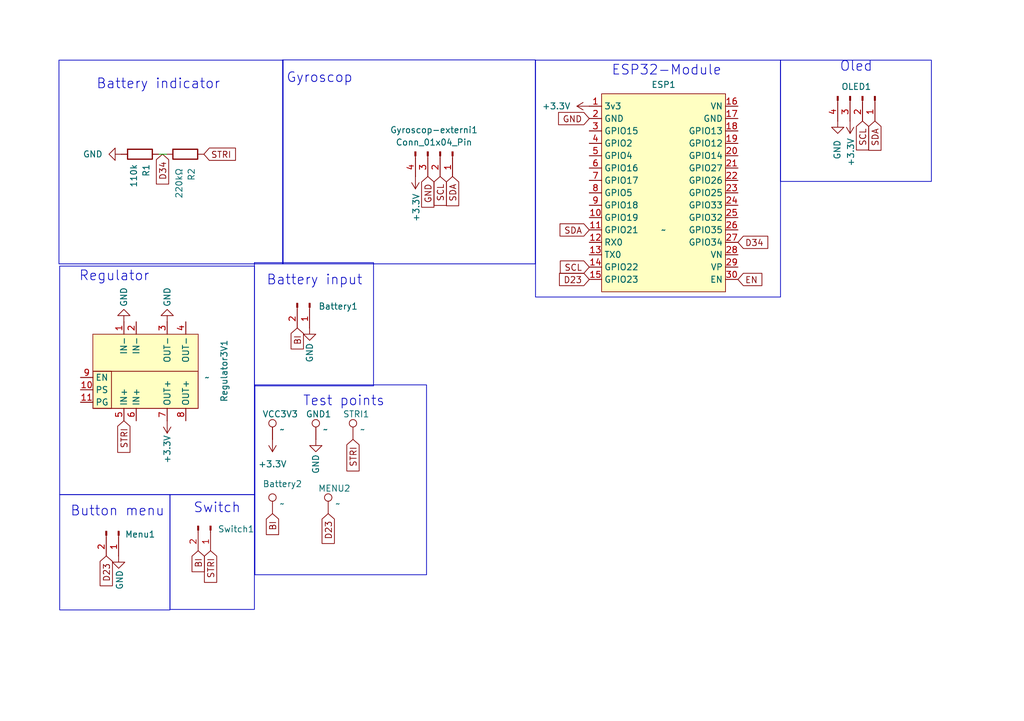
<source format=kicad_sch>
(kicad_sch
	(version 20250114)
	(generator "eeschema")
	(generator_version "9.0")
	(uuid "f46c33c8-782a-49f5-971c-27a888433346")
	(paper "A5")
	(title_block
		(title "Gyroscopic controller")
		(rev "Dominik Klein")
	)
	(lib_symbols
		(symbol "Connector:Conn_01x02_Pin"
			(pin_names
				(offset 1.016)
				(hide yes)
			)
			(exclude_from_sim no)
			(in_bom yes)
			(on_board yes)
			(property "Reference" "J"
				(at 0 2.54 0)
				(effects
					(font
						(size 1.27 1.27)
					)
				)
			)
			(property "Value" "Conn_01x02_Pin"
				(at 0 -5.08 0)
				(effects
					(font
						(size 1.27 1.27)
					)
				)
			)
			(property "Footprint" ""
				(at 0 0 0)
				(effects
					(font
						(size 1.27 1.27)
					)
					(hide yes)
				)
			)
			(property "Datasheet" "~"
				(at 0 0 0)
				(effects
					(font
						(size 1.27 1.27)
					)
					(hide yes)
				)
			)
			(property "Description" "Generic connector, single row, 01x02, script generated"
				(at 0 0 0)
				(effects
					(font
						(size 1.27 1.27)
					)
					(hide yes)
				)
			)
			(property "ki_locked" ""
				(at 0 0 0)
				(effects
					(font
						(size 1.27 1.27)
					)
				)
			)
			(property "ki_keywords" "connector"
				(at 0 0 0)
				(effects
					(font
						(size 1.27 1.27)
					)
					(hide yes)
				)
			)
			(property "ki_fp_filters" "Connector*:*_1x??_*"
				(at 0 0 0)
				(effects
					(font
						(size 1.27 1.27)
					)
					(hide yes)
				)
			)
			(symbol "Conn_01x02_Pin_1_1"
				(rectangle
					(start 0.8636 0.127)
					(end 0 -0.127)
					(stroke
						(width 0.1524)
						(type default)
					)
					(fill
						(type outline)
					)
				)
				(rectangle
					(start 0.8636 -2.413)
					(end 0 -2.667)
					(stroke
						(width 0.1524)
						(type default)
					)
					(fill
						(type outline)
					)
				)
				(polyline
					(pts
						(xy 1.27 0) (xy 0.8636 0)
					)
					(stroke
						(width 0.1524)
						(type default)
					)
					(fill
						(type none)
					)
				)
				(polyline
					(pts
						(xy 1.27 -2.54) (xy 0.8636 -2.54)
					)
					(stroke
						(width 0.1524)
						(type default)
					)
					(fill
						(type none)
					)
				)
				(pin passive line
					(at 5.08 0 180)
					(length 3.81)
					(name "Pin_1"
						(effects
							(font
								(size 1.27 1.27)
							)
						)
					)
					(number "1"
						(effects
							(font
								(size 1.27 1.27)
							)
						)
					)
				)
				(pin passive line
					(at 5.08 -2.54 180)
					(length 3.81)
					(name "Pin_2"
						(effects
							(font
								(size 1.27 1.27)
							)
						)
					)
					(number "2"
						(effects
							(font
								(size 1.27 1.27)
							)
						)
					)
				)
			)
			(embedded_fonts no)
		)
		(symbol "Connector:Conn_01x04_Pin"
			(pin_names
				(offset 1.016)
				(hide yes)
			)
			(exclude_from_sim no)
			(in_bom yes)
			(on_board yes)
			(property "Reference" "J"
				(at 0 5.08 0)
				(effects
					(font
						(size 1.27 1.27)
					)
				)
			)
			(property "Value" "Conn_01x04_Pin"
				(at 0 -7.62 0)
				(effects
					(font
						(size 1.27 1.27)
					)
				)
			)
			(property "Footprint" ""
				(at 0 0 0)
				(effects
					(font
						(size 1.27 1.27)
					)
					(hide yes)
				)
			)
			(property "Datasheet" "~"
				(at 0 0 0)
				(effects
					(font
						(size 1.27 1.27)
					)
					(hide yes)
				)
			)
			(property "Description" "Generic connector, single row, 01x04, script generated"
				(at 0 0 0)
				(effects
					(font
						(size 1.27 1.27)
					)
					(hide yes)
				)
			)
			(property "ki_locked" ""
				(at 0 0 0)
				(effects
					(font
						(size 1.27 1.27)
					)
				)
			)
			(property "ki_keywords" "connector"
				(at 0 0 0)
				(effects
					(font
						(size 1.27 1.27)
					)
					(hide yes)
				)
			)
			(property "ki_fp_filters" "Connector*:*_1x??_*"
				(at 0 0 0)
				(effects
					(font
						(size 1.27 1.27)
					)
					(hide yes)
				)
			)
			(symbol "Conn_01x04_Pin_1_1"
				(rectangle
					(start 0.8636 2.667)
					(end 0 2.413)
					(stroke
						(width 0.1524)
						(type default)
					)
					(fill
						(type outline)
					)
				)
				(rectangle
					(start 0.8636 0.127)
					(end 0 -0.127)
					(stroke
						(width 0.1524)
						(type default)
					)
					(fill
						(type outline)
					)
				)
				(rectangle
					(start 0.8636 -2.413)
					(end 0 -2.667)
					(stroke
						(width 0.1524)
						(type default)
					)
					(fill
						(type outline)
					)
				)
				(rectangle
					(start 0.8636 -4.953)
					(end 0 -5.207)
					(stroke
						(width 0.1524)
						(type default)
					)
					(fill
						(type outline)
					)
				)
				(polyline
					(pts
						(xy 1.27 2.54) (xy 0.8636 2.54)
					)
					(stroke
						(width 0.1524)
						(type default)
					)
					(fill
						(type none)
					)
				)
				(polyline
					(pts
						(xy 1.27 0) (xy 0.8636 0)
					)
					(stroke
						(width 0.1524)
						(type default)
					)
					(fill
						(type none)
					)
				)
				(polyline
					(pts
						(xy 1.27 -2.54) (xy 0.8636 -2.54)
					)
					(stroke
						(width 0.1524)
						(type default)
					)
					(fill
						(type none)
					)
				)
				(polyline
					(pts
						(xy 1.27 -5.08) (xy 0.8636 -5.08)
					)
					(stroke
						(width 0.1524)
						(type default)
					)
					(fill
						(type none)
					)
				)
				(pin passive line
					(at 5.08 2.54 180)
					(length 3.81)
					(name "Pin_1"
						(effects
							(font
								(size 1.27 1.27)
							)
						)
					)
					(number "1"
						(effects
							(font
								(size 1.27 1.27)
							)
						)
					)
				)
				(pin passive line
					(at 5.08 0 180)
					(length 3.81)
					(name "Pin_2"
						(effects
							(font
								(size 1.27 1.27)
							)
						)
					)
					(number "2"
						(effects
							(font
								(size 1.27 1.27)
							)
						)
					)
				)
				(pin passive line
					(at 5.08 -2.54 180)
					(length 3.81)
					(name "Pin_3"
						(effects
							(font
								(size 1.27 1.27)
							)
						)
					)
					(number "3"
						(effects
							(font
								(size 1.27 1.27)
							)
						)
					)
				)
				(pin passive line
					(at 5.08 -5.08 180)
					(length 3.81)
					(name "Pin_4"
						(effects
							(font
								(size 1.27 1.27)
							)
						)
					)
					(number "4"
						(effects
							(font
								(size 1.27 1.27)
							)
						)
					)
				)
			)
			(embedded_fonts no)
		)
		(symbol "Connector:TestPoint"
			(pin_numbers
				(hide yes)
			)
			(pin_names
				(offset 0.762)
				(hide yes)
			)
			(exclude_from_sim no)
			(in_bom yes)
			(on_board yes)
			(property "Reference" "TP"
				(at 0 6.858 0)
				(effects
					(font
						(size 1.27 1.27)
					)
				)
			)
			(property "Value" "TestPoint"
				(at 0 5.08 0)
				(effects
					(font
						(size 1.27 1.27)
					)
				)
			)
			(property "Footprint" ""
				(at 5.08 0 0)
				(effects
					(font
						(size 1.27 1.27)
					)
					(hide yes)
				)
			)
			(property "Datasheet" "~"
				(at 5.08 0 0)
				(effects
					(font
						(size 1.27 1.27)
					)
					(hide yes)
				)
			)
			(property "Description" "test point"
				(at 0 0 0)
				(effects
					(font
						(size 1.27 1.27)
					)
					(hide yes)
				)
			)
			(property "ki_keywords" "test point tp"
				(at 0 0 0)
				(effects
					(font
						(size 1.27 1.27)
					)
					(hide yes)
				)
			)
			(property "ki_fp_filters" "Pin* Test*"
				(at 0 0 0)
				(effects
					(font
						(size 1.27 1.27)
					)
					(hide yes)
				)
			)
			(symbol "TestPoint_0_1"
				(circle
					(center 0 3.302)
					(radius 0.762)
					(stroke
						(width 0)
						(type default)
					)
					(fill
						(type none)
					)
				)
			)
			(symbol "TestPoint_1_1"
				(pin passive line
					(at 0 0 90)
					(length 2.54)
					(name "1"
						(effects
							(font
								(size 1.27 1.27)
							)
						)
					)
					(number "1"
						(effects
							(font
								(size 1.27 1.27)
							)
						)
					)
				)
			)
			(embedded_fonts no)
		)
		(symbol "Device:R"
			(pin_numbers
				(hide yes)
			)
			(pin_names
				(offset 0)
			)
			(exclude_from_sim no)
			(in_bom yes)
			(on_board yes)
			(property "Reference" "R"
				(at 2.032 0 90)
				(effects
					(font
						(size 1.27 1.27)
					)
				)
			)
			(property "Value" "R"
				(at 0 0 90)
				(effects
					(font
						(size 1.27 1.27)
					)
				)
			)
			(property "Footprint" ""
				(at -1.778 0 90)
				(effects
					(font
						(size 1.27 1.27)
					)
					(hide yes)
				)
			)
			(property "Datasheet" "~"
				(at 0 0 0)
				(effects
					(font
						(size 1.27 1.27)
					)
					(hide yes)
				)
			)
			(property "Description" "Resistor"
				(at 0 0 0)
				(effects
					(font
						(size 1.27 1.27)
					)
					(hide yes)
				)
			)
			(property "ki_keywords" "R res resistor"
				(at 0 0 0)
				(effects
					(font
						(size 1.27 1.27)
					)
					(hide yes)
				)
			)
			(property "ki_fp_filters" "R_*"
				(at 0 0 0)
				(effects
					(font
						(size 1.27 1.27)
					)
					(hide yes)
				)
			)
			(symbol "R_0_1"
				(rectangle
					(start -1.016 -2.54)
					(end 1.016 2.54)
					(stroke
						(width 0.254)
						(type default)
					)
					(fill
						(type none)
					)
				)
			)
			(symbol "R_1_1"
				(pin passive line
					(at 0 3.81 270)
					(length 1.27)
					(name "~"
						(effects
							(font
								(size 1.27 1.27)
							)
						)
					)
					(number "1"
						(effects
							(font
								(size 1.27 1.27)
							)
						)
					)
				)
				(pin passive line
					(at 0 -3.81 90)
					(length 1.27)
					(name "~"
						(effects
							(font
								(size 1.27 1.27)
							)
						)
					)
					(number "2"
						(effects
							(font
								(size 1.27 1.27)
							)
						)
					)
				)
			)
			(embedded_fonts no)
		)
		(symbol "Gyroskopicke-pomucky:ESP32"
			(exclude_from_sim no)
			(in_bom yes)
			(on_board yes)
			(property "Reference" "ESP32"
				(at 0 -11.43 0)
				(effects
					(font
						(size 1.27 1.27)
					)
				)
			)
			(property "Value" ""
				(at 0 0 0)
				(effects
					(font
						(size 1.27 1.27)
					)
				)
			)
			(property "Footprint" "Gyroskopicke-pomucky:ESP32_30Pin_Module"
				(at 1.27 -13.97 0)
				(effects
					(font
						(size 1.27 1.27)
					)
					(hide yes)
				)
			)
			(property "Datasheet" ""
				(at 0 0 0)
				(effects
					(font
						(size 1.27 1.27)
					)
					(hide yes)
				)
			)
			(property "Description" ""
				(at 0 0 0)
				(effects
					(font
						(size 1.27 1.27)
					)
					(hide yes)
				)
			)
			(symbol "ESP32_1_1"
				(rectangle
					(start -12.7 27.94)
					(end 12.7 -12.7)
					(stroke
						(width 0)
						(type default)
					)
					(fill
						(type background)
					)
				)
				(pin input line
					(at -15.24 25.4 0)
					(length 2.54)
					(name "3v3"
						(effects
							(font
								(size 1.27 1.27)
							)
						)
					)
					(number "1"
						(effects
							(font
								(size 1.27 1.27)
							)
						)
					)
				)
				(pin input line
					(at -15.24 22.86 0)
					(length 2.54)
					(name "GND"
						(effects
							(font
								(size 1.27 1.27)
							)
						)
					)
					(number "2"
						(effects
							(font
								(size 1.27 1.27)
							)
						)
					)
				)
				(pin input line
					(at -15.24 20.32 0)
					(length 2.54)
					(name "GPIO15"
						(effects
							(font
								(size 1.27 1.27)
							)
						)
					)
					(number "3"
						(effects
							(font
								(size 1.27 1.27)
							)
						)
					)
				)
				(pin input line
					(at -15.24 17.78 0)
					(length 2.54)
					(name "GPIO2"
						(effects
							(font
								(size 1.27 1.27)
							)
						)
					)
					(number "4"
						(effects
							(font
								(size 1.27 1.27)
							)
						)
					)
				)
				(pin input line
					(at -15.24 15.24 0)
					(length 2.54)
					(name "GPIO4"
						(effects
							(font
								(size 1.27 1.27)
							)
						)
					)
					(number "5"
						(effects
							(font
								(size 1.27 1.27)
							)
						)
					)
				)
				(pin input line
					(at -15.24 12.7 0)
					(length 2.54)
					(name "GPIO16"
						(effects
							(font
								(size 1.27 1.27)
							)
						)
					)
					(number "6"
						(effects
							(font
								(size 1.27 1.27)
							)
						)
					)
				)
				(pin input line
					(at -15.24 10.16 0)
					(length 2.54)
					(name "GPIO17"
						(effects
							(font
								(size 1.27 1.27)
							)
						)
					)
					(number "7"
						(effects
							(font
								(size 1.27 1.27)
							)
						)
					)
				)
				(pin input line
					(at -15.24 7.62 0)
					(length 2.54)
					(name "GPIO5"
						(effects
							(font
								(size 1.27 1.27)
							)
						)
					)
					(number "8"
						(effects
							(font
								(size 1.27 1.27)
							)
						)
					)
				)
				(pin input line
					(at -15.24 5.08 0)
					(length 2.54)
					(name "GPIO18"
						(effects
							(font
								(size 1.27 1.27)
							)
						)
					)
					(number "9"
						(effects
							(font
								(size 1.27 1.27)
							)
						)
					)
				)
				(pin input line
					(at -15.24 2.54 0)
					(length 2.54)
					(name "GPIO19"
						(effects
							(font
								(size 1.27 1.27)
							)
						)
					)
					(number "10"
						(effects
							(font
								(size 1.27 1.27)
							)
						)
					)
				)
				(pin input line
					(at -15.24 0 0)
					(length 2.54)
					(name "GPIO21"
						(effects
							(font
								(size 1.27 1.27)
							)
						)
					)
					(number "11"
						(effects
							(font
								(size 1.27 1.27)
							)
						)
					)
				)
				(pin input line
					(at -15.24 -2.54 0)
					(length 2.54)
					(name "RX0"
						(effects
							(font
								(size 1.27 1.27)
							)
						)
					)
					(number "12"
						(effects
							(font
								(size 1.27 1.27)
							)
						)
					)
				)
				(pin input line
					(at -15.24 -5.08 0)
					(length 2.54)
					(name "TX0"
						(effects
							(font
								(size 1.27 1.27)
							)
						)
					)
					(number "13"
						(effects
							(font
								(size 1.27 1.27)
							)
						)
					)
				)
				(pin input line
					(at -15.24 -7.62 0)
					(length 2.54)
					(name "GPIO22"
						(effects
							(font
								(size 1.27 1.27)
							)
						)
					)
					(number "14"
						(effects
							(font
								(size 1.27 1.27)
							)
						)
					)
				)
				(pin input line
					(at -15.24 -10.16 0)
					(length 2.54)
					(name "GPIO23"
						(effects
							(font
								(size 1.27 1.27)
							)
						)
					)
					(number "15"
						(effects
							(font
								(size 1.27 1.27)
							)
						)
					)
				)
				(pin input line
					(at 15.24 25.4 180)
					(length 2.54)
					(name "VN"
						(effects
							(font
								(size 1.27 1.27)
							)
						)
					)
					(number "16"
						(effects
							(font
								(size 1.27 1.27)
							)
						)
					)
				)
				(pin input line
					(at 15.24 22.86 180)
					(length 2.54)
					(name "GND"
						(effects
							(font
								(size 1.27 1.27)
							)
						)
					)
					(number "17"
						(effects
							(font
								(size 1.27 1.27)
							)
						)
					)
				)
				(pin input line
					(at 15.24 20.32 180)
					(length 2.54)
					(name "GPIO13"
						(effects
							(font
								(size 1.27 1.27)
							)
						)
					)
					(number "18"
						(effects
							(font
								(size 1.27 1.27)
							)
						)
					)
				)
				(pin input line
					(at 15.24 17.78 180)
					(length 2.54)
					(name "GPIO12"
						(effects
							(font
								(size 1.27 1.27)
							)
						)
					)
					(number "19"
						(effects
							(font
								(size 1.27 1.27)
							)
						)
					)
				)
				(pin input line
					(at 15.24 15.24 180)
					(length 2.54)
					(name "GPIO14"
						(effects
							(font
								(size 1.27 1.27)
							)
						)
					)
					(number "20"
						(effects
							(font
								(size 1.27 1.27)
							)
						)
					)
				)
				(pin input line
					(at 15.24 12.7 180)
					(length 2.54)
					(name "GPIO27"
						(effects
							(font
								(size 1.27 1.27)
							)
						)
					)
					(number "21"
						(effects
							(font
								(size 1.27 1.27)
							)
						)
					)
				)
				(pin input line
					(at 15.24 10.16 180)
					(length 2.54)
					(name "GPIO26"
						(effects
							(font
								(size 1.27 1.27)
							)
						)
					)
					(number "22"
						(effects
							(font
								(size 1.27 1.27)
							)
						)
					)
				)
				(pin input line
					(at 15.24 7.62 180)
					(length 2.54)
					(name "GPIO25"
						(effects
							(font
								(size 1.27 1.27)
							)
						)
					)
					(number "23"
						(effects
							(font
								(size 1.27 1.27)
							)
						)
					)
				)
				(pin input line
					(at 15.24 5.08 180)
					(length 2.54)
					(name "GPIO33"
						(effects
							(font
								(size 1.27 1.27)
							)
						)
					)
					(number "24"
						(effects
							(font
								(size 1.27 1.27)
							)
						)
					)
				)
				(pin input line
					(at 15.24 2.54 180)
					(length 2.54)
					(name "GPIO32"
						(effects
							(font
								(size 1.27 1.27)
							)
						)
					)
					(number "25"
						(effects
							(font
								(size 1.27 1.27)
							)
						)
					)
				)
				(pin input line
					(at 15.24 0 180)
					(length 2.54)
					(name "GPIO35"
						(effects
							(font
								(size 1.27 1.27)
							)
						)
					)
					(number "26"
						(effects
							(font
								(size 1.27 1.27)
							)
						)
					)
				)
				(pin input line
					(at 15.24 -2.54 180)
					(length 2.54)
					(name "GPIO34"
						(effects
							(font
								(size 1.27 1.27)
							)
						)
					)
					(number "27"
						(effects
							(font
								(size 1.27 1.27)
							)
						)
					)
				)
				(pin input line
					(at 15.24 -5.08 180)
					(length 2.54)
					(name "VN"
						(effects
							(font
								(size 1.27 1.27)
							)
						)
					)
					(number "28"
						(effects
							(font
								(size 1.27 1.27)
							)
						)
					)
				)
				(pin input line
					(at 15.24 -7.62 180)
					(length 2.54)
					(name "VP"
						(effects
							(font
								(size 1.27 1.27)
							)
						)
					)
					(number "29"
						(effects
							(font
								(size 1.27 1.27)
							)
						)
					)
				)
				(pin input line
					(at 15.24 -10.16 180)
					(length 2.54)
					(name "EN"
						(effects
							(font
								(size 1.27 1.27)
							)
						)
					)
					(number "30"
						(effects
							(font
								(size 1.27 1.27)
							)
						)
					)
				)
			)
			(embedded_fonts no)
		)
		(symbol "Gyroskopicke-pomucky:Regulator3V3"
			(exclude_from_sim no)
			(in_bom yes)
			(on_board yes)
			(property "Reference" "Regulator3V3"
				(at -0.254 14.224 0)
				(effects
					(font
						(size 1.27 1.27)
					)
				)
			)
			(property "Value" ""
				(at 0 0 0)
				(effects
					(font
						(size 1.27 1.27)
					)
				)
			)
			(property "Footprint" ""
				(at 0 0 0)
				(effects
					(font
						(size 1.27 1.27)
					)
					(hide yes)
				)
			)
			(property "Datasheet" ""
				(at 0 0 0)
				(effects
					(font
						(size 1.27 1.27)
					)
					(hide yes)
				)
			)
			(property "Description" ""
				(at 0 0 0)
				(effects
					(font
						(size 1.27 1.27)
					)
					(hide yes)
				)
			)
			(symbol "Regulator3V3_1_1"
				(rectangle
					(start -12.7 6.35)
					(end 8.89 -8.89)
					(stroke
						(width 0)
						(type solid)
					)
					(fill
						(type background)
					)
				)
				(rectangle
					(start -12.7 -1.27)
					(end -8.89 -8.89)
					(stroke
						(width 0)
						(type default)
					)
					(fill
						(type none)
					)
				)
				(rectangle
					(start 8.89 -1.27)
					(end -12.7 -8.89)
					(stroke
						(width 0)
						(type default)
					)
					(fill
						(type none)
					)
				)
				(pin input line
					(at -15.24 -2.54 0)
					(length 2.54)
					(name "EN"
						(effects
							(font
								(size 1.27 1.27)
							)
						)
					)
					(number "9"
						(effects
							(font
								(size 1.27 1.27)
							)
						)
					)
				)
				(pin input line
					(at -15.24 -5.08 0)
					(length 2.54)
					(name "PS"
						(effects
							(font
								(size 1.27 1.27)
							)
						)
					)
					(number "10"
						(effects
							(font
								(size 1.27 1.27)
							)
						)
					)
				)
				(pin input line
					(at -15.24 -7.62 0)
					(length 2.54)
					(name "PG"
						(effects
							(font
								(size 1.27 1.27)
							)
						)
					)
					(number "11"
						(effects
							(font
								(size 1.27 1.27)
							)
						)
					)
				)
				(pin input line
					(at -6.35 8.89 270)
					(length 2.54)
					(name "IN-"
						(effects
							(font
								(size 1.27 1.27)
							)
						)
					)
					(number "1"
						(effects
							(font
								(size 1.27 1.27)
							)
						)
					)
				)
				(pin input line
					(at -6.35 -11.43 90)
					(length 2.54)
					(name "IN+"
						(effects
							(font
								(size 1.27 1.27)
							)
						)
					)
					(number "5"
						(effects
							(font
								(size 1.27 1.27)
							)
						)
					)
				)
				(pin input line
					(at -3.81 8.89 270)
					(length 2.54)
					(name "IN-"
						(effects
							(font
								(size 1.27 1.27)
							)
						)
					)
					(number "2"
						(effects
							(font
								(size 1.27 1.27)
							)
						)
					)
				)
				(pin input line
					(at -3.81 -11.43 90)
					(length 2.54)
					(name "IN+"
						(effects
							(font
								(size 1.27 1.27)
							)
						)
					)
					(number "6"
						(effects
							(font
								(size 1.27 1.27)
							)
						)
					)
				)
				(pin input line
					(at 2.54 8.89 270)
					(length 2.54)
					(name "OUT-"
						(effects
							(font
								(size 1.27 1.27)
							)
						)
					)
					(number "3"
						(effects
							(font
								(size 1.27 1.27)
							)
						)
					)
				)
				(pin input line
					(at 2.54 -11.43 90)
					(length 2.54)
					(name "OUT+"
						(effects
							(font
								(size 1.27 1.27)
							)
						)
					)
					(number "7"
						(effects
							(font
								(size 1.27 1.27)
							)
						)
					)
				)
				(pin input line
					(at 6.35 8.89 270)
					(length 2.54)
					(name "OUT-"
						(effects
							(font
								(size 1.27 1.27)
							)
						)
					)
					(number "4"
						(effects
							(font
								(size 1.27 1.27)
							)
						)
					)
				)
				(pin input line
					(at 6.35 -11.43 90)
					(length 2.54)
					(name "OUT+"
						(effects
							(font
								(size 1.27 1.27)
							)
						)
					)
					(number "8"
						(effects
							(font
								(size 1.27 1.27)
							)
						)
					)
				)
			)
			(embedded_fonts no)
		)
		(symbol "power:+3.3V"
			(power)
			(pin_numbers
				(hide yes)
			)
			(pin_names
				(offset 0)
				(hide yes)
			)
			(exclude_from_sim no)
			(in_bom yes)
			(on_board yes)
			(property "Reference" "#PWR"
				(at 0 -3.81 0)
				(effects
					(font
						(size 1.27 1.27)
					)
					(hide yes)
				)
			)
			(property "Value" "+3.3V"
				(at 0 3.556 0)
				(effects
					(font
						(size 1.27 1.27)
					)
				)
			)
			(property "Footprint" ""
				(at 0 0 0)
				(effects
					(font
						(size 1.27 1.27)
					)
					(hide yes)
				)
			)
			(property "Datasheet" ""
				(at 0 0 0)
				(effects
					(font
						(size 1.27 1.27)
					)
					(hide yes)
				)
			)
			(property "Description" "Power symbol creates a global label with name \"+3.3V\""
				(at 0 0 0)
				(effects
					(font
						(size 1.27 1.27)
					)
					(hide yes)
				)
			)
			(property "ki_keywords" "global power"
				(at 0 0 0)
				(effects
					(font
						(size 1.27 1.27)
					)
					(hide yes)
				)
			)
			(symbol "+3.3V_0_1"
				(polyline
					(pts
						(xy -0.762 1.27) (xy 0 2.54)
					)
					(stroke
						(width 0)
						(type default)
					)
					(fill
						(type none)
					)
				)
				(polyline
					(pts
						(xy 0 2.54) (xy 0.762 1.27)
					)
					(stroke
						(width 0)
						(type default)
					)
					(fill
						(type none)
					)
				)
				(polyline
					(pts
						(xy 0 0) (xy 0 2.54)
					)
					(stroke
						(width 0)
						(type default)
					)
					(fill
						(type none)
					)
				)
			)
			(symbol "+3.3V_1_1"
				(pin power_in line
					(at 0 0 90)
					(length 0)
					(name "~"
						(effects
							(font
								(size 1.27 1.27)
							)
						)
					)
					(number "1"
						(effects
							(font
								(size 1.27 1.27)
							)
						)
					)
				)
			)
			(embedded_fonts no)
		)
		(symbol "power:GND"
			(power)
			(pin_numbers
				(hide yes)
			)
			(pin_names
				(offset 0)
				(hide yes)
			)
			(exclude_from_sim no)
			(in_bom yes)
			(on_board yes)
			(property "Reference" "#PWR"
				(at 0 -6.35 0)
				(effects
					(font
						(size 1.27 1.27)
					)
					(hide yes)
				)
			)
			(property "Value" "GND"
				(at 0 -3.81 0)
				(effects
					(font
						(size 1.27 1.27)
					)
				)
			)
			(property "Footprint" ""
				(at 0 0 0)
				(effects
					(font
						(size 1.27 1.27)
					)
					(hide yes)
				)
			)
			(property "Datasheet" ""
				(at 0 0 0)
				(effects
					(font
						(size 1.27 1.27)
					)
					(hide yes)
				)
			)
			(property "Description" "Power symbol creates a global label with name \"GND\" , ground"
				(at 0 0 0)
				(effects
					(font
						(size 1.27 1.27)
					)
					(hide yes)
				)
			)
			(property "ki_keywords" "global power"
				(at 0 0 0)
				(effects
					(font
						(size 1.27 1.27)
					)
					(hide yes)
				)
			)
			(symbol "GND_0_1"
				(polyline
					(pts
						(xy 0 0) (xy 0 -1.27) (xy 1.27 -1.27) (xy 0 -2.54) (xy -1.27 -1.27) (xy 0 -1.27)
					)
					(stroke
						(width 0)
						(type default)
					)
					(fill
						(type none)
					)
				)
			)
			(symbol "GND_1_1"
				(pin power_in line
					(at 0 0 270)
					(length 0)
					(name "~"
						(effects
							(font
								(size 1.27 1.27)
							)
						)
					)
					(number "1"
						(effects
							(font
								(size 1.27 1.27)
							)
						)
					)
				)
			)
			(embedded_fonts no)
		)
	)
	(rectangle
		(start 52.2732 78.994)
		(end 87.4776 117.9576)
		(stroke
			(width 0)
			(type default)
		)
		(fill
			(type none)
		)
		(uuid 84373380-8c4e-4f55-8895-e78752065d8b)
	)
	(rectangle
		(start 34.8488 101.4984)
		(end 52.1716 125.0696)
		(stroke
			(width 0)
			(type default)
		)
		(fill
			(type none)
		)
		(uuid b1da384c-a982-4e9d-9b76-55103a3b554e)
	)
	(rectangle
		(start 12.2428 54.61)
		(end 52.1716 101.4984)
		(stroke
			(width 0)
			(type default)
		)
		(fill
			(type none)
		)
		(uuid ce2eea9f-6a35-44f0-92c8-9467e234a583)
	)
	(rectangle
		(start 57.9628 12.2936)
		(end 109.7788 54.1528)
		(stroke
			(width 0)
			(type default)
		)
		(fill
			(type none)
		)
		(uuid ce5316ca-6fb9-4ed5-aa1e-8beccb783e97)
	)
	(rectangle
		(start 109.8296 12.3444)
		(end 160.0708 60.96)
		(stroke
			(width 0)
			(type default)
		)
		(fill
			(type none)
		)
		(uuid d71bc247-0a7d-4f37-8b08-9b2d733100ba)
	)
	(rectangle
		(start 160.0708 12.3444)
		(end 191.008 37.2364)
		(stroke
			(width 0)
			(type default)
		)
		(fill
			(type none)
		)
		(uuid d9c08bc0-2a5c-49b3-b766-9f3e57686b23)
	)
	(rectangle
		(start 12.2428 101.4984)
		(end 34.8488 125.1712)
		(stroke
			(width 0)
			(type default)
		)
		(fill
			(type none)
		)
		(uuid dc518b70-819c-4d70-a8dc-89f36319f9b5)
	)
	(rectangle
		(start 12.0904 12.3444)
		(end 58.0644 54.1528)
		(stroke
			(width 0)
			(type default)
		)
		(fill
			(type none)
		)
		(uuid ef2530a8-86b3-446f-ab3f-60fc149d35fe)
	)
	(rectangle
		(start 52.1716 53.8988)
		(end 76.6064 79.1972)
		(stroke
			(width 0)
			(type default)
		)
		(fill
			(type none)
		)
		(uuid fd2306d0-85b4-48b8-922b-00e4a8a7d658)
	)
	(text "Button menu\n"
		(exclude_from_sim no)
		(at 14.3764 106.172 0)
		(effects
			(font
				(size 2 2)
			)
			(justify left bottom)
		)
		(uuid "3ce0209f-df2a-4dde-97e4-df4bcc871e9e")
	)
	(text "ESP32-Module"
		(exclude_from_sim no)
		(at 125.3744 15.6972 0)
		(effects
			(font
				(size 2 2)
			)
			(justify left bottom)
		)
		(uuid "4b8c2468-0322-4862-9475-4a03a4e2dc9d")
	)
	(text "Gyroscop\n\n\n"
		(exclude_from_sim no)
		(at 58.674 23.6728 0)
		(effects
			(font
				(size 2 2)
			)
			(justify left bottom)
		)
		(uuid "574fbfab-816a-42f6-ae31-14f36af88d45")
	)
	(text "Regulator\n"
		(exclude_from_sim no)
		(at 16.1544 57.912 0)
		(effects
			(font
				(size 2 2)
			)
			(justify left bottom)
		)
		(uuid "672a3ba4-420d-4dbf-b443-af96c77295d1")
	)
	(text "Oled\n\n"
		(exclude_from_sim no)
		(at 172.1612 18.1356 0)
		(effects
			(font
				(size 2 2)
			)
			(justify left bottom)
		)
		(uuid "6ee9e5a1-d4ed-4d62-8ac9-e48a46901d18")
	)
	(text "Battery indicator\n\n\n"
		(exclude_from_sim no)
		(at 19.7104 24.9428 0)
		(effects
			(font
				(size 2 2)
			)
			(justify left bottom)
		)
		(uuid "7298273f-14ac-42cb-a5d9-d7bf0dcdaf7b")
	)
	(text "Battery input\n\n"
		(exclude_from_sim no)
		(at 54.61 61.976 0)
		(effects
			(font
				(size 2 2)
			)
			(justify left bottom)
		)
		(uuid "7aad5b9d-f3b7-43c9-98d4-d32564652d17")
	)
	(text "Switch\n"
		(exclude_from_sim no)
		(at 39.624 105.5116 0)
		(effects
			(font
				(size 2 2)
			)
			(justify left bottom)
		)
		(uuid "d579d189-cbf6-4f0e-9726-bd98ee88ae3f")
	)
	(text "Test points\n"
		(exclude_from_sim no)
		(at 62.0776 83.566 0)
		(effects
			(font
				(size 2 2)
			)
			(justify left bottom)
		)
		(uuid "e7fc5ca7-426a-4717-b722-97d1e655c5ca")
	)
	(wire
		(pts
			(xy 34.1884 31.6484) (xy 32.512 31.6484)
		)
		(stroke
			(width 0)
			(type default)
		)
		(uuid "24ae18e0-6c06-444d-890f-6374ce5c57b7")
	)
	(global_label "BI"
		(shape input)
		(at 60.96 67.31 270)
		(fields_autoplaced yes)
		(effects
			(font
				(size 1.27 1.27)
			)
			(justify right)
		)
		(uuid "076a99e5-264a-4f09-b173-deba337a6415")
		(property "Intersheetrefs" "${INTERSHEET_REFS}"
			(at 60.96 72.17 90)
			(effects
				(font
					(size 1.27 1.27)
				)
				(justify right)
				(hide yes)
			)
		)
	)
	(global_label "SCL"
		(shape input)
		(at 90.2716 36.2204 270)
		(fields_autoplaced yes)
		(effects
			(font
				(size 1.27 1.27)
			)
			(justify right)
		)
		(uuid "083745ab-ae37-4052-b821-5e3e44d9f57b")
		(property "Intersheetrefs" "${INTERSHEET_REFS}"
			(at 90.2716 42.7132 90)
			(effects
				(font
					(size 1.27 1.27)
				)
				(justify right)
				(hide yes)
			)
		)
	)
	(global_label "SCL"
		(shape input)
		(at 176.8856 24.8412 270)
		(fields_autoplaced yes)
		(effects
			(font
				(size 1.27 1.27)
			)
			(justify right)
		)
		(uuid "08a9fa4a-8cf9-4347-919b-5aa339a8a1fb")
		(property "Intersheetrefs" "${INTERSHEET_REFS}"
			(at 176.8856 31.334 90)
			(effects
				(font
					(size 1.27 1.27)
				)
				(justify right)
				(hide yes)
			)
		)
	)
	(global_label "D23"
		(shape input)
		(at 67.31 105.41 270)
		(fields_autoplaced yes)
		(effects
			(font
				(size 1.27 1.27)
			)
			(justify right)
		)
		(uuid "093a2e41-c12f-4b44-af70-a02050bf0130")
		(property "Intersheetrefs" "${INTERSHEET_REFS}"
			(at 67.31 112.0842 90)
			(effects
				(font
					(size 1.27 1.27)
				)
				(justify right)
				(hide yes)
			)
		)
	)
	(global_label "D34"
		(shape input)
		(at 151.3332 49.7332 0)
		(fields_autoplaced yes)
		(effects
			(font
				(size 1.27 1.27)
			)
			(justify left)
		)
		(uuid "30306e90-30c2-49f0-9399-78044e9400b0")
		(property "Intersheetrefs" "${INTERSHEET_REFS}"
			(at 158.0074 49.7332 0)
			(effects
				(font
					(size 1.27 1.27)
				)
				(justify left)
				(hide yes)
			)
		)
	)
	(global_label "STRI"
		(shape input)
		(at 41.8084 31.6484 0)
		(fields_autoplaced yes)
		(effects
			(font
				(size 1.27 1.27)
			)
			(justify left)
		)
		(uuid "3090365e-fdaf-4a52-99e3-38b0444f61a1")
		(property "Intersheetrefs" "${INTERSHEET_REFS}"
			(at 48.8455 31.6484 0)
			(effects
				(font
					(size 1.27 1.27)
				)
				(justify left)
				(hide yes)
			)
		)
	)
	(global_label "D34"
		(shape input)
		(at 33.3291 31.6484 270)
		(fields_autoplaced yes)
		(effects
			(font
				(size 1.27 1.27)
			)
			(justify right)
		)
		(uuid "32066b88-854f-4e05-ab7f-7c462084a7f5")
		(property "Intersheetrefs" "${INTERSHEET_REFS}"
			(at 33.3291 38.3226 90)
			(effects
				(font
					(size 1.27 1.27)
				)
				(justify right)
				(hide yes)
			)
		)
	)
	(global_label "GND"
		(shape input)
		(at 87.7316 36.2204 270)
		(fields_autoplaced yes)
		(effects
			(font
				(size 1.27 1.27)
			)
			(justify right)
		)
		(uuid "3a31c114-42ab-47a8-9321-219b03f8098a")
		(property "Intersheetrefs" "${INTERSHEET_REFS}"
			(at 87.7316 43.0761 90)
			(effects
				(font
					(size 1.27 1.27)
				)
				(justify right)
				(hide yes)
			)
		)
	)
	(global_label "SDA"
		(shape input)
		(at 179.4256 24.8412 270)
		(fields_autoplaced yes)
		(effects
			(font
				(size 1.27 1.27)
			)
			(justify right)
		)
		(uuid "5c1791b9-c356-47a2-b333-9465d202cb72")
		(property "Intersheetrefs" "${INTERSHEET_REFS}"
			(at 179.4256 31.3945 90)
			(effects
				(font
					(size 1.27 1.27)
				)
				(justify right)
				(hide yes)
			)
		)
	)
	(global_label "GND"
		(shape input)
		(at 120.8532 24.3332 180)
		(fields_autoplaced yes)
		(effects
			(font
				(size 1.27 1.27)
			)
			(justify right)
		)
		(uuid "6039eb1f-c736-4b6e-bdbf-fdd7f88e9387")
		(property "Intersheetrefs" "${INTERSHEET_REFS}"
			(at 113.9975 24.3332 0)
			(effects
				(font
					(size 1.27 1.27)
				)
				(justify right)
				(hide yes)
			)
		)
	)
	(global_label "SDA"
		(shape input)
		(at 120.8532 47.1932 180)
		(fields_autoplaced yes)
		(effects
			(font
				(size 1.27 1.27)
			)
			(justify right)
		)
		(uuid "6de43bb9-dbae-4664-9143-367c1cbe4458")
		(property "Intersheetrefs" "${INTERSHEET_REFS}"
			(at 114.2999 47.1932 0)
			(effects
				(font
					(size 1.27 1.27)
				)
				(justify right)
				(hide yes)
			)
		)
	)
	(global_label "BI"
		(shape input)
		(at 40.64 113.03 270)
		(fields_autoplaced yes)
		(effects
			(font
				(size 1.27 1.27)
			)
			(justify right)
		)
		(uuid "7b64aa25-e012-4a30-87c8-3540c81bc4b1")
		(property "Intersheetrefs" "${INTERSHEET_REFS}"
			(at 40.64 117.89 90)
			(effects
				(font
					(size 1.27 1.27)
				)
				(justify right)
				(hide yes)
			)
		)
	)
	(global_label "STRI"
		(shape input)
		(at 25.4 86.36 270)
		(fields_autoplaced yes)
		(effects
			(font
				(size 1.27 1.27)
			)
			(justify right)
		)
		(uuid "9a3fc44e-459a-4a59-be6a-c7ecf70c7d5c")
		(property "Intersheetrefs" "${INTERSHEET_REFS}"
			(at 25.4 93.3971 90)
			(effects
				(font
					(size 1.27 1.27)
				)
				(justify right)
				(hide yes)
			)
		)
	)
	(global_label "STRI"
		(shape input)
		(at 43.18 113.03 270)
		(fields_autoplaced yes)
		(effects
			(font
				(size 1.27 1.27)
			)
			(justify right)
		)
		(uuid "a5b42c7f-e43a-442b-b39b-12c3392c124f")
		(property "Intersheetrefs" "${INTERSHEET_REFS}"
			(at 43.18 120.0671 90)
			(effects
				(font
					(size 1.27 1.27)
				)
				(justify right)
				(hide yes)
			)
		)
	)
	(global_label "BI"
		(shape input)
		(at 55.88 105.41 270)
		(fields_autoplaced yes)
		(effects
			(font
				(size 1.27 1.27)
			)
			(justify right)
		)
		(uuid "c0e2547a-eb84-4e80-8b1a-2182398d1837")
		(property "Intersheetrefs" "${INTERSHEET_REFS}"
			(at 55.88 110.27 90)
			(effects
				(font
					(size 1.27 1.27)
				)
				(justify right)
				(hide yes)
			)
		)
	)
	(global_label "SCL"
		(shape input)
		(at 120.8532 54.8132 180)
		(fields_autoplaced yes)
		(effects
			(font
				(size 1.27 1.27)
			)
			(justify right)
		)
		(uuid "c105d76e-1c63-447c-bd22-c5d49086cf55")
		(property "Intersheetrefs" "${INTERSHEET_REFS}"
			(at 114.3604 54.8132 0)
			(effects
				(font
					(size 1.27 1.27)
				)
				(justify right)
				(hide yes)
			)
		)
	)
	(global_label "STRI"
		(shape input)
		(at 72.39 90.17 270)
		(fields_autoplaced yes)
		(effects
			(font
				(size 1.27 1.27)
			)
			(justify right)
		)
		(uuid "d1c77b7b-4010-4dac-9f7e-aef8f9ee5070")
		(property "Intersheetrefs" "${INTERSHEET_REFS}"
			(at 72.39 97.2071 90)
			(effects
				(font
					(size 1.27 1.27)
				)
				(justify right)
				(hide yes)
			)
		)
	)
	(global_label "SDA"
		(shape input)
		(at 92.8116 36.2204 270)
		(fields_autoplaced yes)
		(effects
			(font
				(size 1.27 1.27)
			)
			(justify right)
		)
		(uuid "ddda5629-34d4-4caa-9df8-4a985a29754a")
		(property "Intersheetrefs" "${INTERSHEET_REFS}"
			(at 92.8116 42.7737 90)
			(effects
				(font
					(size 1.27 1.27)
				)
				(justify right)
				(hide yes)
			)
		)
	)
	(global_label "EN"
		(shape input)
		(at 151.3332 57.3532 0)
		(fields_autoplaced yes)
		(effects
			(font
				(size 1.27 1.27)
			)
			(justify left)
		)
		(uuid "f395e03c-9c81-42c6-8266-581b074498f8")
		(property "Intersheetrefs" "${INTERSHEET_REFS}"
			(at 156.7979 57.3532 0)
			(effects
				(font
					(size 1.27 1.27)
				)
				(justify left)
				(hide yes)
			)
		)
	)
	(global_label "D23"
		(shape input)
		(at 120.8532 57.3532 180)
		(fields_autoplaced yes)
		(effects
			(font
				(size 1.27 1.27)
			)
			(justify right)
		)
		(uuid "f6654c7e-65f0-4e24-9407-67ea9bdbebca")
		(property "Intersheetrefs" "${INTERSHEET_REFS}"
			(at 114.179 57.3532 0)
			(effects
				(font
					(size 1.27 1.27)
				)
				(justify right)
				(hide yes)
			)
		)
	)
	(global_label "D23"
		(shape input)
		(at 21.7932 114.0968 270)
		(fields_autoplaced yes)
		(effects
			(font
				(size 1.27 1.27)
			)
			(justify right)
		)
		(uuid "fa79c0ed-744b-4915-bf6d-c5f35c158163")
		(property "Intersheetrefs" "${INTERSHEET_REFS}"
			(at 21.7932 120.771 90)
			(effects
				(font
					(size 1.27 1.27)
				)
				(justify right)
				(hide yes)
			)
		)
	)
	(symbol
		(lib_id "Connector:Conn_01x02_Pin")
		(at 43.18 107.95 270)
		(unit 1)
		(exclude_from_sim no)
		(in_bom yes)
		(on_board yes)
		(dnp no)
		(fields_autoplaced yes)
		(uuid "0721ca99-1f6a-4150-8004-accfe5f25efa")
		(property "Reference" "Switch1"
			(at 44.6532 108.585 90)
			(effects
				(font
					(size 1.27 1.27)
				)
				(justify left)
			)
		)
		(property "Value" "Conn_01x02_Pin"
			(at 45.9232 108.585 0)
			(effects
				(font
					(size 1.27 1.27)
				)
				(hide yes)
			)
		)
		(property "Footprint" "Connector_JST:JST_PH_B2B-PH-K_1x02_P2.00mm_Vertical"
			(at 43.18 107.95 0)
			(effects
				(font
					(size 1.27 1.27)
				)
				(hide yes)
			)
		)
		(property "Datasheet" "~"
			(at 43.18 107.95 0)
			(effects
				(font
					(size 1.27 1.27)
				)
				(hide yes)
			)
		)
		(property "Description" ""
			(at 43.18 107.95 0)
			(effects
				(font
					(size 1.27 1.27)
				)
			)
		)
		(pin "1"
			(uuid "f5cb3fc9-85e9-4312-b0fc-6593f6ddcb0f")
		)
		(pin "2"
			(uuid "5c5c575b-2991-4ad5-93b6-60a5e6d94889")
		)
		(instances
			(project "RukaviceOvladac"
				(path "/f46c33c8-782a-49f5-971c-27a888433346"
					(reference "Switch1")
					(unit 1)
				)
			)
		)
	)
	(symbol
		(lib_id "Connector:TestPoint")
		(at 72.39 90.17 0)
		(unit 1)
		(exclude_from_sim no)
		(in_bom yes)
		(on_board yes)
		(dnp no)
		(uuid "1af776f5-da2b-4f41-bace-dc5e2c984c8b")
		(property "Reference" "STRI1"
			(at 70.3072 84.9884 0)
			(effects
				(font
					(size 1.27 1.27)
				)
				(justify left)
			)
		)
		(property "Value" "~"
			(at 73.8124 88.138 0)
			(effects
				(font
					(size 1.27 1.27)
				)
				(justify left)
			)
		)
		(property "Footprint" "TestPoint:TestPoint_Pad_1.0x1.0mm"
			(at 77.47 90.17 0)
			(effects
				(font
					(size 1.27 1.27)
				)
				(hide yes)
			)
		)
		(property "Datasheet" "~"
			(at 77.47 90.17 0)
			(effects
				(font
					(size 1.27 1.27)
				)
				(hide yes)
			)
		)
		(property "Description" ""
			(at 72.39 90.17 0)
			(effects
				(font
					(size 1.27 1.27)
				)
			)
		)
		(pin "1"
			(uuid "9315cc04-72d1-414f-9099-ba47c0abb292")
		)
		(instances
			(project "RukaviceOvladac"
				(path "/f46c33c8-782a-49f5-971c-27a888433346"
					(reference "STRI1")
					(unit 1)
				)
			)
		)
	)
	(symbol
		(lib_id "Connector:Conn_01x02_Pin")
		(at 63.5 62.23 270)
		(unit 1)
		(exclude_from_sim no)
		(in_bom yes)
		(on_board yes)
		(dnp no)
		(fields_autoplaced yes)
		(uuid "1b9065da-fb67-417f-b4eb-b393c021df27")
		(property "Reference" "Battery1"
			(at 65.278 62.865 90)
			(effects
				(font
					(size 1.27 1.27)
				)
				(justify left)
			)
		)
		(property "Value" "Conn_01x02_Pin"
			(at 66.2432 62.865 0)
			(effects
				(font
					(size 1.27 1.27)
				)
				(hide yes)
			)
		)
		(property "Footprint" "Connector_JST:JST_PH_B2B-PH-K_1x02_P2.00mm_Vertical"
			(at 63.5 62.23 0)
			(effects
				(font
					(size 1.27 1.27)
				)
				(hide yes)
			)
		)
		(property "Datasheet" "~"
			(at 63.5 62.23 0)
			(effects
				(font
					(size 1.27 1.27)
				)
				(hide yes)
			)
		)
		(property "Description" ""
			(at 63.5 62.23 0)
			(effects
				(font
					(size 1.27 1.27)
				)
			)
		)
		(pin "1"
			(uuid "16e0fce9-9634-4cb6-9cff-d68cf1bcc6e3")
		)
		(pin "2"
			(uuid "98881d66-d3f9-45bb-b6ad-aede182c12b5")
		)
		(instances
			(project "RukaviceOvladac"
				(path "/f46c33c8-782a-49f5-971c-27a888433346"
					(reference "Battery1")
					(unit 1)
				)
			)
		)
	)
	(symbol
		(lib_id "power:+3.3V")
		(at 120.8532 21.7932 90)
		(unit 1)
		(exclude_from_sim no)
		(in_bom yes)
		(on_board yes)
		(dnp no)
		(fields_autoplaced yes)
		(uuid "24a10c06-d564-4ba1-8e70-48f062a5c728")
		(property "Reference" "#PWR01"
			(at 124.6632 21.7932 0)
			(effects
				(font
					(size 1.27 1.27)
				)
				(hide yes)
			)
		)
		(property "Value" "+3.3V"
			(at 117.0432 21.7931 90)
			(effects
				(font
					(size 1.27 1.27)
				)
				(justify left)
			)
		)
		(property "Footprint" ""
			(at 120.8532 21.7932 0)
			(effects
				(font
					(size 1.27 1.27)
				)
				(hide yes)
			)
		)
		(property "Datasheet" ""
			(at 120.8532 21.7932 0)
			(effects
				(font
					(size 1.27 1.27)
				)
				(hide yes)
			)
		)
		(property "Description" "Power symbol creates a global label with name \"+3.3V\""
			(at 120.8532 21.7932 0)
			(effects
				(font
					(size 1.27 1.27)
				)
				(hide yes)
			)
		)
		(pin "1"
			(uuid "bb033379-acb2-4885-8d39-3b054a401e0b")
		)
		(instances
			(project ""
				(path "/f46c33c8-782a-49f5-971c-27a888433346"
					(reference "#PWR01")
					(unit 1)
				)
			)
		)
	)
	(symbol
		(lib_id "Connector:Conn_01x04_Pin")
		(at 90.2716 31.1404 270)
		(unit 1)
		(exclude_from_sim no)
		(in_bom yes)
		(on_board yes)
		(dnp no)
		(fields_autoplaced yes)
		(uuid "25981324-7319-4478-9d28-18b9fc8682c6")
		(property "Reference" "Gyroscop-externi1"
			(at 89.0016 26.67 90)
			(effects
				(font
					(size 1.27 1.27)
				)
			)
		)
		(property "Value" "Conn_01x04_Pin"
			(at 89.0016 29.21 90)
			(effects
				(font
					(size 1.27 1.27)
				)
			)
		)
		(property "Footprint" "Connector_JST:JST_PH_B4B-PH-K_1x04_P2.00mm_Vertical"
			(at 90.2716 31.1404 0)
			(effects
				(font
					(size 1.27 1.27)
				)
				(hide yes)
			)
		)
		(property "Datasheet" "~"
			(at 90.2716 31.1404 0)
			(effects
				(font
					(size 1.27 1.27)
				)
				(hide yes)
			)
		)
		(property "Description" ""
			(at 90.2716 31.1404 0)
			(effects
				(font
					(size 1.27 1.27)
				)
			)
		)
		(pin "1"
			(uuid "047c2908-4b61-498c-9a23-63dcbd7680c6")
		)
		(pin "2"
			(uuid "2dfbd8e2-29c5-4dd7-bb8f-27475160554e")
		)
		(pin "3"
			(uuid "d58e8174-cfa1-4c22-bcca-cdf582c38ec6")
		)
		(pin "4"
			(uuid "1864cdb2-e0d4-4508-b73b-343dc16cbdb7")
		)
		(instances
			(project "RukaviceOvladac"
				(path "/f46c33c8-782a-49f5-971c-27a888433346"
					(reference "Gyroscop-externi1")
					(unit 1)
				)
			)
		)
	)
	(symbol
		(lib_id "power:GND")
		(at 171.8056 24.8412 0)
		(unit 1)
		(exclude_from_sim no)
		(in_bom yes)
		(on_board yes)
		(dnp no)
		(uuid "2e12009f-6756-4504-9a54-3206294995e8")
		(property "Reference" "#PWR011"
			(at 171.8056 31.1912 0)
			(effects
				(font
					(size 1.27 1.27)
				)
				(hide yes)
			)
		)
		(property "Value" "GND"
			(at 171.704 30.734 90)
			(effects
				(font
					(size 1.27 1.27)
				)
			)
		)
		(property "Footprint" ""
			(at 171.8056 24.8412 0)
			(effects
				(font
					(size 1.27 1.27)
				)
				(hide yes)
			)
		)
		(property "Datasheet" ""
			(at 171.8056 24.8412 0)
			(effects
				(font
					(size 1.27 1.27)
				)
				(hide yes)
			)
		)
		(property "Description" "Power symbol creates a global label with name \"GND\" , ground"
			(at 171.8056 24.8412 0)
			(effects
				(font
					(size 1.27 1.27)
				)
				(hide yes)
			)
		)
		(pin "1"
			(uuid "9c948c94-3cb3-419e-aaa1-ae02ceb89a03")
		)
		(instances
			(project "RukaviceOvladac"
				(path "/f46c33c8-782a-49f5-971c-27a888433346"
					(reference "#PWR011")
					(unit 1)
				)
			)
		)
	)
	(symbol
		(lib_id "Connector:Conn_01x04_Pin")
		(at 176.8856 19.7612 270)
		(unit 1)
		(exclude_from_sim no)
		(in_bom yes)
		(on_board yes)
		(dnp no)
		(fields_autoplaced yes)
		(uuid "30788f4b-e058-4924-ab51-abc592518fb1")
		(property "Reference" "OLED1"
			(at 175.6156 17.78 90)
			(effects
				(font
					(size 1.27 1.27)
				)
			)
		)
		(property "Value" "Conn_01x04_Pin"
			(at 181.6608 20.3962 0)
			(effects
				(font
					(size 1.27 1.27)
				)
				(hide yes)
			)
		)
		(property "Footprint" "Connector_JST:JST_PH_B4B-PH-K_1x04_P2.00mm_Vertical"
			(at 176.8856 19.7612 0)
			(effects
				(font
					(size 1.27 1.27)
				)
				(hide yes)
			)
		)
		(property "Datasheet" "~"
			(at 176.8856 19.7612 0)
			(effects
				(font
					(size 1.27 1.27)
				)
				(hide yes)
			)
		)
		(property "Description" ""
			(at 176.8856 19.7612 0)
			(effects
				(font
					(size 1.27 1.27)
				)
			)
		)
		(pin "1"
			(uuid "35ceace7-dd76-4705-a30a-940c9c6daa84")
		)
		(pin "2"
			(uuid "72f9c335-e468-40fb-aaf0-2ff8528c738a")
		)
		(pin "3"
			(uuid "f37dd5fb-3e9e-414d-a14c-05a1d9145189")
		)
		(pin "4"
			(uuid "ea55186d-ce57-4343-85b1-6ba0b7c9868e")
		)
		(instances
			(project "RukaviceOvladac"
				(path "/f46c33c8-782a-49f5-971c-27a888433346"
					(reference "OLED1")
					(unit 1)
				)
			)
		)
	)
	(symbol
		(lib_id "Device:R")
		(at 28.702 31.6484 270)
		(unit 1)
		(exclude_from_sim no)
		(in_bom yes)
		(on_board yes)
		(dnp no)
		(fields_autoplaced yes)
		(uuid "32be5b4e-b212-439f-92be-e88219c12c6e")
		(property "Reference" "R1"
			(at 29.972 33.6296 0)
			(effects
				(font
					(size 1.27 1.27)
				)
				(justify left)
			)
		)
		(property "Value" "110k"
			(at 27.432 33.6296 0)
			(effects
				(font
					(size 1.27 1.27)
				)
				(justify left)
			)
		)
		(property "Footprint" "Resistor_THT:R_Axial_DIN0207_L6.3mm_D2.5mm_P10.16mm_Horizontal"
			(at 28.702 29.8704 90)
			(effects
				(font
					(size 1.27 1.27)
				)
				(hide yes)
			)
		)
		(property "Datasheet" "~"
			(at 28.702 31.6484 0)
			(effects
				(font
					(size 1.27 1.27)
				)
				(hide yes)
			)
		)
		(property "Description" ""
			(at 28.702 31.6484 0)
			(effects
				(font
					(size 1.27 1.27)
				)
			)
		)
		(property "Sim.Device" "R"
			(at 28.702 31.6484 0)
			(effects
				(font
					(size 1.27 1.27)
				)
				(hide yes)
			)
		)
		(property "Sim.Pins" "1=+ 2=-"
			(at 28.702 31.6484 0)
			(effects
				(font
					(size 1.27 1.27)
				)
				(hide yes)
			)
		)
		(pin "1"
			(uuid "b4a220c0-9d43-4447-ab3c-e4d6564f6d96")
		)
		(pin "2"
			(uuid "09f4a7b6-9165-47b6-a2fe-f170494703b7")
		)
		(instances
			(project "Maturitas"
				(path "/dc65a39d-dbc3-4e31-bfcb-5b8a0d0009dd"
					(reference "R2")
					(unit 1)
				)
			)
			(project "RukaviceOvladac"
				(path "/f46c33c8-782a-49f5-971c-27a888433346"
					(reference "R1")
					(unit 1)
				)
			)
		)
	)
	(symbol
		(lib_id "power:+3.3V")
		(at 55.88 90.17 180)
		(unit 1)
		(exclude_from_sim no)
		(in_bom yes)
		(on_board yes)
		(dnp no)
		(fields_autoplaced yes)
		(uuid "38be0da0-4d55-40e3-80c1-b6e70da21806")
		(property "Reference" "#PWR02"
			(at 55.88 86.36 0)
			(effects
				(font
					(size 1.27 1.27)
				)
				(hide yes)
			)
		)
		(property "Value" "+3.3V"
			(at 55.88 95.25 0)
			(effects
				(font
					(size 1.27 1.27)
				)
			)
		)
		(property "Footprint" ""
			(at 55.88 90.17 0)
			(effects
				(font
					(size 1.27 1.27)
				)
				(hide yes)
			)
		)
		(property "Datasheet" ""
			(at 55.88 90.17 0)
			(effects
				(font
					(size 1.27 1.27)
				)
				(hide yes)
			)
		)
		(property "Description" "Power symbol creates a global label with name \"+3.3V\""
			(at 55.88 90.17 0)
			(effects
				(font
					(size 1.27 1.27)
				)
				(hide yes)
			)
		)
		(pin "1"
			(uuid "b840b461-c5b7-48f7-88e8-e2a96e690905")
		)
		(instances
			(project "RukaviceOvladac"
				(path "/f46c33c8-782a-49f5-971c-27a888433346"
					(reference "#PWR02")
					(unit 1)
				)
			)
		)
	)
	(symbol
		(lib_id "Connector:TestPoint")
		(at 64.77 90.17 0)
		(unit 1)
		(exclude_from_sim no)
		(in_bom yes)
		(on_board yes)
		(dnp no)
		(uuid "45ad3ca8-91f7-4582-9320-3b196a9d2d17")
		(property "Reference" "GND1"
			(at 62.6872 84.9884 0)
			(effects
				(font
					(size 1.27 1.27)
				)
				(justify left)
			)
		)
		(property "Value" "~"
			(at 66.1924 88.138 0)
			(effects
				(font
					(size 1.27 1.27)
				)
				(justify left)
			)
		)
		(property "Footprint" "TestPoint:TestPoint_Pad_1.0x1.0mm"
			(at 69.85 90.17 0)
			(effects
				(font
					(size 1.27 1.27)
				)
				(hide yes)
			)
		)
		(property "Datasheet" "~"
			(at 69.85 90.17 0)
			(effects
				(font
					(size 1.27 1.27)
				)
				(hide yes)
			)
		)
		(property "Description" ""
			(at 64.77 90.17 0)
			(effects
				(font
					(size 1.27 1.27)
				)
			)
		)
		(pin "1"
			(uuid "9fe87ec1-29c0-49b9-8e68-5e3ba407a16e")
		)
		(instances
			(project "RukaviceOvladac"
				(path "/f46c33c8-782a-49f5-971c-27a888433346"
					(reference "GND1")
					(unit 1)
				)
			)
		)
	)
	(symbol
		(lib_id "power:GND")
		(at 25.4 66.04 180)
		(unit 1)
		(exclude_from_sim no)
		(in_bom yes)
		(on_board yes)
		(dnp no)
		(uuid "5629a3f9-4a55-4990-812e-e7738ab790e3")
		(property "Reference" "#PWR016"
			(at 25.4 59.69 0)
			(effects
				(font
					(size 1.27 1.27)
				)
				(hide yes)
			)
		)
		(property "Value" "GND"
			(at 25.4 60.96 90)
			(effects
				(font
					(size 1.27 1.27)
				)
			)
		)
		(property "Footprint" ""
			(at 25.4 66.04 0)
			(effects
				(font
					(size 1.27 1.27)
				)
				(hide yes)
			)
		)
		(property "Datasheet" ""
			(at 25.4 66.04 0)
			(effects
				(font
					(size 1.27 1.27)
				)
				(hide yes)
			)
		)
		(property "Description" "Power symbol creates a global label with name \"GND\" , ground"
			(at 25.4 66.04 0)
			(effects
				(font
					(size 1.27 1.27)
				)
				(hide yes)
			)
		)
		(pin "1"
			(uuid "2f7649ca-8149-4ddc-8e9b-5a057538e237")
		)
		(instances
			(project "RukaviceOvladac"
				(path "/f46c33c8-782a-49f5-971c-27a888433346"
					(reference "#PWR016")
					(unit 1)
				)
			)
		)
	)
	(symbol
		(lib_id "Gyroskopicke-pomucky:Regulator3V3")
		(at 31.75 74.93 0)
		(unit 1)
		(exclude_from_sim no)
		(in_bom yes)
		(on_board yes)
		(dnp no)
		(uuid "6bdeacc9-f721-407e-b0c8-7a619adc829a")
		(property "Reference" "Regulator3V1"
			(at 45.974 82.55 90)
			(effects
				(font
					(size 1.27 1.27)
				)
				(justify left)
			)
		)
		(property "Value" "~"
			(at 41.91 77.4699 0)
			(effects
				(font
					(size 1.27 1.27)
				)
				(justify left)
			)
		)
		(property "Footprint" "Gyroskopicke-pomucky:Regulator3V3"
			(at 31.75 74.93 0)
			(effects
				(font
					(size 1.27 1.27)
				)
				(hide yes)
			)
		)
		(property "Datasheet" ""
			(at 31.75 74.93 0)
			(effects
				(font
					(size 1.27 1.27)
				)
				(hide yes)
			)
		)
		(property "Description" ""
			(at 31.75 74.93 0)
			(effects
				(font
					(size 1.27 1.27)
				)
				(hide yes)
			)
		)
		(pin "7"
			(uuid "4afd2324-dd76-4fe2-a8f7-85e8258fc182")
		)
		(pin "3"
			(uuid "3bf3ca28-6c1d-4f51-91e0-e9c3ef4186c3")
		)
		(pin "2"
			(uuid "bd05544f-813f-4586-8192-4fedfea7f4a6")
		)
		(pin "5"
			(uuid "f52978f1-6a82-46df-8369-21150863e5e3")
		)
		(pin "6"
			(uuid "2a782155-5f63-42ae-8b8f-1ecb79c0d521")
		)
		(pin "10"
			(uuid "c6b5fe20-a1f9-48f1-8239-1bc802a1d6ee")
		)
		(pin "1"
			(uuid "7b4b711c-195a-41a1-bfeb-2dc83888e494")
		)
		(pin "9"
			(uuid "309e9888-a320-491f-8733-b5b8afbfbcf9")
		)
		(pin "11"
			(uuid "55ae9b0a-4daf-4255-b27b-7a59e4bb842c")
		)
		(pin "4"
			(uuid "0602dae4-bd64-4652-8aae-505c49bba624")
		)
		(pin "8"
			(uuid "c605e831-4412-4ab1-99a6-72b735aa8f6b")
		)
		(instances
			(project ""
				(path "/f46c33c8-782a-49f5-971c-27a888433346"
					(reference "Regulator3V1")
					(unit 1)
				)
			)
		)
	)
	(symbol
		(lib_id "power:GND")
		(at 24.892 31.6484 270)
		(unit 1)
		(exclude_from_sim no)
		(in_bom yes)
		(on_board yes)
		(dnp no)
		(fields_autoplaced yes)
		(uuid "6ead6a0d-8007-4831-aa4e-5c975c087b5e")
		(property "Reference" "#PWR04"
			(at 18.542 31.6484 0)
			(effects
				(font
					(size 1.27 1.27)
				)
				(hide yes)
			)
		)
		(property "Value" "GND"
			(at 21.082 31.6483 90)
			(effects
				(font
					(size 1.27 1.27)
				)
				(justify right)
			)
		)
		(property "Footprint" ""
			(at 24.892 31.6484 0)
			(effects
				(font
					(size 1.27 1.27)
				)
				(hide yes)
			)
		)
		(property "Datasheet" ""
			(at 24.892 31.6484 0)
			(effects
				(font
					(size 1.27 1.27)
				)
				(hide yes)
			)
		)
		(property "Description" "Power symbol creates a global label with name \"GND\" , ground"
			(at 24.892 31.6484 0)
			(effects
				(font
					(size 1.27 1.27)
				)
				(hide yes)
			)
		)
		(pin "1"
			(uuid "21360dcf-9380-48bc-8d3c-631417ccea2b")
		)
		(instances
			(project ""
				(path "/f46c33c8-782a-49f5-971c-27a888433346"
					(reference "#PWR04")
					(unit 1)
				)
			)
		)
	)
	(symbol
		(lib_id "power:GND")
		(at 34.29 66.04 180)
		(unit 1)
		(exclude_from_sim no)
		(in_bom yes)
		(on_board yes)
		(dnp no)
		(uuid "6f95b7cb-fc9a-4f7f-ab72-7eef3cf748e0")
		(property "Reference" "#PWR013"
			(at 34.29 59.69 0)
			(effects
				(font
					(size 1.27 1.27)
				)
				(hide yes)
			)
		)
		(property "Value" "GND"
			(at 34.29 60.96 90)
			(effects
				(font
					(size 1.27 1.27)
				)
			)
		)
		(property "Footprint" ""
			(at 34.29 66.04 0)
			(effects
				(font
					(size 1.27 1.27)
				)
				(hide yes)
			)
		)
		(property "Datasheet" ""
			(at 34.29 66.04 0)
			(effects
				(font
					(size 1.27 1.27)
				)
				(hide yes)
			)
		)
		(property "Description" "Power symbol creates a global label with name \"GND\" , ground"
			(at 34.29 66.04 0)
			(effects
				(font
					(size 1.27 1.27)
				)
				(hide yes)
			)
		)
		(pin "1"
			(uuid "32cc4fcc-1dad-47ec-b0f4-ff90a49f10d3")
		)
		(instances
			(project "RukaviceOvladac"
				(path "/f46c33c8-782a-49f5-971c-27a888433346"
					(reference "#PWR013")
					(unit 1)
				)
			)
		)
	)
	(symbol
		(lib_id "power:+3.3V")
		(at 174.3456 24.8412 180)
		(unit 1)
		(exclude_from_sim no)
		(in_bom yes)
		(on_board yes)
		(dnp no)
		(uuid "706c5364-3667-41e7-a4f4-845c4489d6eb")
		(property "Reference" "#PWR012"
			(at 174.3456 21.0312 0)
			(effects
				(font
					(size 1.27 1.27)
				)
				(hide yes)
			)
		)
		(property "Value" "+3.3V"
			(at 174.498 31.242 90)
			(effects
				(font
					(size 1.27 1.27)
				)
			)
		)
		(property "Footprint" ""
			(at 174.3456 24.8412 0)
			(effects
				(font
					(size 1.27 1.27)
				)
				(hide yes)
			)
		)
		(property "Datasheet" ""
			(at 174.3456 24.8412 0)
			(effects
				(font
					(size 1.27 1.27)
				)
				(hide yes)
			)
		)
		(property "Description" "Power symbol creates a global label with name \"+3.3V\""
			(at 174.3456 24.8412 0)
			(effects
				(font
					(size 1.27 1.27)
				)
				(hide yes)
			)
		)
		(pin "1"
			(uuid "1114e3e7-50f1-4a5f-8391-9f286eeaa7c1")
		)
		(instances
			(project ""
				(path "/f46c33c8-782a-49f5-971c-27a888433346"
					(reference "#PWR012")
					(unit 1)
				)
			)
		)
	)
	(symbol
		(lib_id "Connector:Conn_01x02_Pin")
		(at 24.3332 109.0168 270)
		(unit 1)
		(exclude_from_sim no)
		(in_bom yes)
		(on_board yes)
		(dnp no)
		(fields_autoplaced yes)
		(uuid "72f44e4d-10da-4353-8282-ddefca5dee9c")
		(property "Reference" "Menu1"
			(at 25.6032 109.6518 90)
			(effects
				(font
					(size 1.27 1.27)
				)
				(justify left)
			)
		)
		(property "Value" "Conn_01x02_Pin"
			(at 27.0764 109.6518 0)
			(effects
				(font
					(size 1.27 1.27)
				)
				(hide yes)
			)
		)
		(property "Footprint" "Connector_JST:JST_PH_B2B-PH-K_1x02_P2.00mm_Vertical"
			(at 24.3332 109.0168 0)
			(effects
				(font
					(size 1.27 1.27)
				)
				(hide yes)
			)
		)
		(property "Datasheet" "~"
			(at 24.3332 109.0168 0)
			(effects
				(font
					(size 1.27 1.27)
				)
				(hide yes)
			)
		)
		(property "Description" ""
			(at 24.3332 109.0168 0)
			(effects
				(font
					(size 1.27 1.27)
				)
			)
		)
		(pin "1"
			(uuid "92adfeeb-93c5-43ef-b6b0-cbaadb734a86")
		)
		(pin "2"
			(uuid "297f8ff4-8c4f-45cc-b97c-347242bbac6a")
		)
		(instances
			(project "RukaviceOvladac"
				(path "/f46c33c8-782a-49f5-971c-27a888433346"
					(reference "Menu1")
					(unit 1)
				)
			)
		)
	)
	(symbol
		(lib_id "Connector:TestPoint")
		(at 55.88 105.41 0)
		(unit 1)
		(exclude_from_sim no)
		(in_bom yes)
		(on_board yes)
		(dnp no)
		(uuid "86682464-dd1d-40a9-93ba-3d2f53590549")
		(property "Reference" "Battery2"
			(at 53.848 99.314 0)
			(effects
				(font
					(size 1.27 1.27)
				)
				(justify left)
			)
		)
		(property "Value" "~"
			(at 57.3024 103.378 0)
			(effects
				(font
					(size 1.27 1.27)
				)
				(justify left)
			)
		)
		(property "Footprint" "TestPoint:TestPoint_Pad_1.0x1.0mm"
			(at 60.96 105.41 0)
			(effects
				(font
					(size 1.27 1.27)
				)
				(hide yes)
			)
		)
		(property "Datasheet" "~"
			(at 60.96 105.41 0)
			(effects
				(font
					(size 1.27 1.27)
				)
				(hide yes)
			)
		)
		(property "Description" ""
			(at 55.88 105.41 0)
			(effects
				(font
					(size 1.27 1.27)
				)
			)
		)
		(pin "1"
			(uuid "7e402fc8-d134-4b11-acf5-9e2a0b9da928")
		)
		(instances
			(project "RukaviceOvladac"
				(path "/f46c33c8-782a-49f5-971c-27a888433346"
					(reference "Battery2")
					(unit 1)
				)
			)
		)
	)
	(symbol
		(lib_id "power:GND")
		(at 64.77 90.17 0)
		(unit 1)
		(exclude_from_sim no)
		(in_bom yes)
		(on_board yes)
		(dnp no)
		(uuid "887aadd5-5215-48a5-824b-6ede10d7c83d")
		(property "Reference" "#PWR08"
			(at 64.77 96.52 0)
			(effects
				(font
					(size 1.27 1.27)
				)
				(hide yes)
			)
		)
		(property "Value" "GND"
			(at 64.77 95.25 90)
			(effects
				(font
					(size 1.27 1.27)
				)
			)
		)
		(property "Footprint" ""
			(at 64.77 90.17 0)
			(effects
				(font
					(size 1.27 1.27)
				)
				(hide yes)
			)
		)
		(property "Datasheet" ""
			(at 64.77 90.17 0)
			(effects
				(font
					(size 1.27 1.27)
				)
				(hide yes)
			)
		)
		(property "Description" "Power symbol creates a global label with name \"GND\" , ground"
			(at 64.77 90.17 0)
			(effects
				(font
					(size 1.27 1.27)
				)
				(hide yes)
			)
		)
		(pin "1"
			(uuid "178d2c35-e462-4ec5-b858-9b1d26d2120b")
		)
		(instances
			(project "RukaviceOvladac"
				(path "/f46c33c8-782a-49f5-971c-27a888433346"
					(reference "#PWR08")
					(unit 1)
				)
			)
		)
	)
	(symbol
		(lib_id "Connector:TestPoint")
		(at 55.88 90.17 0)
		(unit 1)
		(exclude_from_sim no)
		(in_bom yes)
		(on_board yes)
		(dnp no)
		(uuid "9ce50b33-e2e9-44b8-82f0-5255f29ca261")
		(property "Reference" "VCC3V3"
			(at 53.7972 84.9884 0)
			(effects
				(font
					(size 1.27 1.27)
				)
				(justify left)
			)
		)
		(property "Value" "~"
			(at 57.3024 88.138 0)
			(effects
				(font
					(size 1.27 1.27)
				)
				(justify left)
			)
		)
		(property "Footprint" "TestPoint:TestPoint_Pad_1.0x1.0mm"
			(at 60.96 90.17 0)
			(effects
				(font
					(size 1.27 1.27)
				)
				(hide yes)
			)
		)
		(property "Datasheet" "~"
			(at 60.96 90.17 0)
			(effects
				(font
					(size 1.27 1.27)
				)
				(hide yes)
			)
		)
		(property "Description" ""
			(at 55.88 90.17 0)
			(effects
				(font
					(size 1.27 1.27)
				)
			)
		)
		(pin "1"
			(uuid "f98d98d5-673b-4ba0-ae54-9d978e76524a")
		)
		(instances
			(project "RukaviceOvladac"
				(path "/f46c33c8-782a-49f5-971c-27a888433346"
					(reference "VCC3V3")
					(unit 1)
				)
			)
		)
	)
	(symbol
		(lib_id "power:GND")
		(at 63.5 67.31 0)
		(unit 1)
		(exclude_from_sim no)
		(in_bom yes)
		(on_board yes)
		(dnp no)
		(uuid "aea2b88a-d895-459e-9579-6ec9a66e225b")
		(property "Reference" "#PWR010"
			(at 63.5 73.66 0)
			(effects
				(font
					(size 1.27 1.27)
				)
				(hide yes)
			)
		)
		(property "Value" "GND"
			(at 63.5 72.39 90)
			(effects
				(font
					(size 1.27 1.27)
				)
			)
		)
		(property "Footprint" ""
			(at 63.5 67.31 0)
			(effects
				(font
					(size 1.27 1.27)
				)
				(hide yes)
			)
		)
		(property "Datasheet" ""
			(at 63.5 67.31 0)
			(effects
				(font
					(size 1.27 1.27)
				)
				(hide yes)
			)
		)
		(property "Description" "Power symbol creates a global label with name \"GND\" , ground"
			(at 63.5 67.31 0)
			(effects
				(font
					(size 1.27 1.27)
				)
				(hide yes)
			)
		)
		(pin "1"
			(uuid "6f5ce9b6-248f-4c18-9cfe-1bbc4dcc650b")
		)
		(instances
			(project "RukaviceOvladac"
				(path "/f46c33c8-782a-49f5-971c-27a888433346"
					(reference "#PWR010")
					(unit 1)
				)
			)
		)
	)
	(symbol
		(lib_id "Gyroskopicke-pomucky:ESP32")
		(at 136.0932 47.1932 0)
		(unit 1)
		(exclude_from_sim no)
		(in_bom yes)
		(on_board yes)
		(dnp no)
		(fields_autoplaced yes)
		(uuid "b22c99fd-fc33-4b14-b426-2591cebf5d41")
		(property "Reference" "ESP1"
			(at 136.0932 17.3736 0)
			(effects
				(font
					(size 1.27 1.27)
				)
			)
		)
		(property "Value" "~"
			(at 136.0932 47.1932 0)
			(effects
				(font
					(size 1.27 1.27)
				)
			)
		)
		(property "Footprint" "Gyroskopicke-pomucky:ESP32_30Pin_Module"
			(at 137.3632 61.1632 0)
			(effects
				(font
					(size 1.27 1.27)
				)
				(hide yes)
			)
		)
		(property "Datasheet" ""
			(at 136.0932 47.1932 0)
			(effects
				(font
					(size 1.27 1.27)
				)
				(hide yes)
			)
		)
		(property "Description" ""
			(at 136.0932 47.1932 0)
			(effects
				(font
					(size 1.27 1.27)
				)
			)
		)
		(pin "1"
			(uuid "bbfbd980-3e30-484d-a633-80071fbbce6b")
		)
		(pin "10"
			(uuid "73eb16c2-f7c3-4641-b256-a10185a015ec")
		)
		(pin "11"
			(uuid "25ddad03-1c09-4516-a169-4ab7783290f5")
		)
		(pin "12"
			(uuid "af9f87a0-952f-4422-b11e-7c7b56c93f65")
		)
		(pin "13"
			(uuid "6949b429-dfed-4da2-98a3-c0abfaac704c")
		)
		(pin "14"
			(uuid "c4ddcc90-4341-43d4-9dcc-d1dae9a65b82")
		)
		(pin "15"
			(uuid "cf80bec6-bd5e-4742-ab95-6fb69c568ba2")
		)
		(pin "16"
			(uuid "30fe307f-97cb-4750-8f53-5a689e71a1f4")
		)
		(pin "17"
			(uuid "a6fedcf5-8f33-4dae-ab6c-5b0c49d74597")
		)
		(pin "18"
			(uuid "acfdbda9-6423-418b-9b0c-64d77e58162b")
		)
		(pin "19"
			(uuid "cf37db64-8f5a-42a6-9e63-4b1ea4e76e7f")
		)
		(pin "2"
			(uuid "6cf95482-a0e7-4c67-9ae9-8bfade307a6e")
		)
		(pin "20"
			(uuid "a3b63a11-4535-4524-a836-68eb1c13c0a9")
		)
		(pin "21"
			(uuid "71bbd3a2-4455-4d00-a59b-2e5f271d7fa9")
		)
		(pin "22"
			(uuid "26b6c457-6e9d-430c-9064-8dc63825c358")
		)
		(pin "23"
			(uuid "50d7059e-69ee-4783-a66b-a6c0bf1a4f45")
		)
		(pin "24"
			(uuid "379970ba-ab54-4b60-98d9-ad8f1849fae5")
		)
		(pin "25"
			(uuid "13b2d0dc-a3db-4d63-98f9-8dc77bdab350")
		)
		(pin "26"
			(uuid "6df40048-73cf-44b4-8ec4-816dd9efb49b")
		)
		(pin "27"
			(uuid "fda44377-ffd4-49f7-a22c-3e48a20b572d")
		)
		(pin "28"
			(uuid "25c5a954-4e50-4f0e-aecc-8ca2c7047549")
		)
		(pin "29"
			(uuid "450932f5-de16-4046-9dc4-7c148a0fa095")
		)
		(pin "3"
			(uuid "fe06cc5b-d128-487a-b8d8-463f589e942c")
		)
		(pin "30"
			(uuid "6e3b020f-1b97-4556-8425-63fe9cb6f829")
		)
		(pin "4"
			(uuid "ae1a3e17-93fc-469f-9955-c9894916c2d7")
		)
		(pin "5"
			(uuid "e101c24f-0570-46cf-80a1-41539da9129d")
		)
		(pin "6"
			(uuid "ce77495f-ccc8-4538-a7e9-b4a8076ce17a")
		)
		(pin "7"
			(uuid "45124148-738c-405b-b0b4-7338fc92089d")
		)
		(pin "8"
			(uuid "814cd606-b21f-4193-b322-3c23f67192a9")
		)
		(pin "9"
			(uuid "242f2def-f36d-4561-b394-24d9a4bd9135")
		)
		(instances
			(project "RukaviceOvladac"
				(path "/f46c33c8-782a-49f5-971c-27a888433346"
					(reference "ESP1")
					(unit 1)
				)
			)
		)
	)
	(symbol
		(lib_id "Connector:TestPoint")
		(at 67.31 105.41 0)
		(unit 1)
		(exclude_from_sim no)
		(in_bom yes)
		(on_board yes)
		(dnp no)
		(uuid "c314d96d-b3ad-4c07-ba34-525bb2ceb04a")
		(property "Reference" "MENU2"
			(at 65.2272 100.2284 0)
			(effects
				(font
					(size 1.27 1.27)
				)
				(justify left)
			)
		)
		(property "Value" "~"
			(at 68.7324 103.378 0)
			(effects
				(font
					(size 1.27 1.27)
				)
				(justify left)
			)
		)
		(property "Footprint" "TestPoint:TestPoint_Pad_1.0x1.0mm"
			(at 72.39 105.41 0)
			(effects
				(font
					(size 1.27 1.27)
				)
				(hide yes)
			)
		)
		(property "Datasheet" "~"
			(at 72.39 105.41 0)
			(effects
				(font
					(size 1.27 1.27)
				)
				(hide yes)
			)
		)
		(property "Description" ""
			(at 67.31 105.41 0)
			(effects
				(font
					(size 1.27 1.27)
				)
			)
		)
		(pin "1"
			(uuid "12c6f687-46da-4c0d-849d-a613fef8eb8f")
		)
		(instances
			(project "RukaviceOvladac"
				(path "/f46c33c8-782a-49f5-971c-27a888433346"
					(reference "MENU2")
					(unit 1)
				)
			)
		)
	)
	(symbol
		(lib_id "Device:R")
		(at 37.9984 31.6484 270)
		(unit 1)
		(exclude_from_sim no)
		(in_bom yes)
		(on_board yes)
		(dnp no)
		(fields_autoplaced yes)
		(uuid "e51f4c07-4c5c-4b11-8105-ec6563906c25")
		(property "Reference" "R2"
			(at 39.2684 34.4424 0)
			(effects
				(font
					(size 1.27 1.27)
				)
				(justify left)
			)
		)
		(property "Value" "220kΩ"
			(at 36.7284 34.4424 0)
			(effects
				(font
					(size 1.27 1.27)
				)
				(justify left)
			)
		)
		(property "Footprint" "Resistor_THT:R_Axial_DIN0207_L6.3mm_D2.5mm_P10.16mm_Horizontal"
			(at 37.9984 29.8704 90)
			(effects
				(font
					(size 1.27 1.27)
				)
				(hide yes)
			)
		)
		(property "Datasheet" "~"
			(at 37.9984 31.6484 0)
			(effects
				(font
					(size 1.27 1.27)
				)
				(hide yes)
			)
		)
		(property "Description" ""
			(at 37.9984 31.6484 0)
			(effects
				(font
					(size 1.27 1.27)
				)
			)
		)
		(pin "1"
			(uuid "4e70b515-2bd6-44bc-89df-2a9448999a88")
		)
		(pin "2"
			(uuid "80864577-837e-4316-ae6d-c57e3ccd9228")
		)
		(instances
			(project "Maturitas"
				(path "/dc65a39d-dbc3-4e31-bfcb-5b8a0d0009dd"
					(reference "R1")
					(unit 1)
				)
			)
			(project "RukaviceOvladac"
				(path "/f46c33c8-782a-49f5-971c-27a888433346"
					(reference "R2")
					(unit 1)
				)
			)
		)
	)
	(symbol
		(lib_id "power:+3.3V")
		(at 85.1916 36.2204 180)
		(unit 1)
		(exclude_from_sim no)
		(in_bom yes)
		(on_board yes)
		(dnp no)
		(uuid "ea6e50be-d4e8-485c-8b17-ef8866bdabc8")
		(property "Reference" "#PWR09"
			(at 85.1916 32.4104 0)
			(effects
				(font
					(size 1.27 1.27)
				)
				(hide yes)
			)
		)
		(property "Value" "+3.3V"
			(at 85.344 42.6212 90)
			(effects
				(font
					(size 1.27 1.27)
				)
			)
		)
		(property "Footprint" ""
			(at 85.1916 36.2204 0)
			(effects
				(font
					(size 1.27 1.27)
				)
				(hide yes)
			)
		)
		(property "Datasheet" ""
			(at 85.1916 36.2204 0)
			(effects
				(font
					(size 1.27 1.27)
				)
				(hide yes)
			)
		)
		(property "Description" "Power symbol creates a global label with name \"+3.3V\""
			(at 85.1916 36.2204 0)
			(effects
				(font
					(size 1.27 1.27)
				)
				(hide yes)
			)
		)
		(pin "1"
			(uuid "0ec022fb-6b7a-4199-b5b5-cc5b4252b696")
		)
		(instances
			(project "RukaviceOvladac"
				(path "/f46c33c8-782a-49f5-971c-27a888433346"
					(reference "#PWR09")
					(unit 1)
				)
			)
		)
	)
	(symbol
		(lib_id "power:GND")
		(at 24.3332 114.0968 0)
		(unit 1)
		(exclude_from_sim no)
		(in_bom yes)
		(on_board yes)
		(dnp no)
		(uuid "f3124470-cfd5-4f3f-8f51-c1857b9ec46a")
		(property "Reference" "#PWR07"
			(at 24.3332 120.4468 0)
			(effects
				(font
					(size 1.27 1.27)
				)
				(hide yes)
			)
		)
		(property "Value" "GND"
			(at 24.5364 119.0244 90)
			(effects
				(font
					(size 1.27 1.27)
				)
			)
		)
		(property "Footprint" ""
			(at 24.3332 114.0968 0)
			(effects
				(font
					(size 1.27 1.27)
				)
				(hide yes)
			)
		)
		(property "Datasheet" ""
			(at 24.3332 114.0968 0)
			(effects
				(font
					(size 1.27 1.27)
				)
				(hide yes)
			)
		)
		(property "Description" "Power symbol creates a global label with name \"GND\" , ground"
			(at 24.3332 114.0968 0)
			(effects
				(font
					(size 1.27 1.27)
				)
				(hide yes)
			)
		)
		(pin "1"
			(uuid "94515165-0b64-4aaa-820f-522b677a13bc")
		)
		(instances
			(project "RukaviceOvladac"
				(path "/f46c33c8-782a-49f5-971c-27a888433346"
					(reference "#PWR07")
					(unit 1)
				)
			)
		)
	)
	(symbol
		(lib_id "power:+3.3V")
		(at 34.29 86.36 180)
		(unit 1)
		(exclude_from_sim no)
		(in_bom yes)
		(on_board yes)
		(dnp no)
		(uuid "f706782c-f1fe-4a66-9566-e3bea0da1b75")
		(property "Reference" "#PWR018"
			(at 34.29 82.55 0)
			(effects
				(font
					(size 1.27 1.27)
				)
				(hide yes)
			)
		)
		(property "Value" "+3.3V"
			(at 34.29 92.202 90)
			(effects
				(font
					(size 1.27 1.27)
				)
			)
		)
		(property "Footprint" ""
			(at 34.29 86.36 0)
			(effects
				(font
					(size 1.27 1.27)
				)
				(hide yes)
			)
		)
		(property "Datasheet" ""
			(at 34.29 86.36 0)
			(effects
				(font
					(size 1.27 1.27)
				)
				(hide yes)
			)
		)
		(property "Description" "Power symbol creates a global label with name \"+3.3V\""
			(at 34.29 86.36 0)
			(effects
				(font
					(size 1.27 1.27)
				)
				(hide yes)
			)
		)
		(pin "1"
			(uuid "418fb747-5aec-4b1e-b907-4e62623f99be")
		)
		(instances
			(project "RukaviceOvladac"
				(path "/f46c33c8-782a-49f5-971c-27a888433346"
					(reference "#PWR018")
					(unit 1)
				)
			)
		)
	)
	(sheet_instances
		(path "/"
			(page "1")
		)
	)
	(embedded_fonts no)
)

</source>
